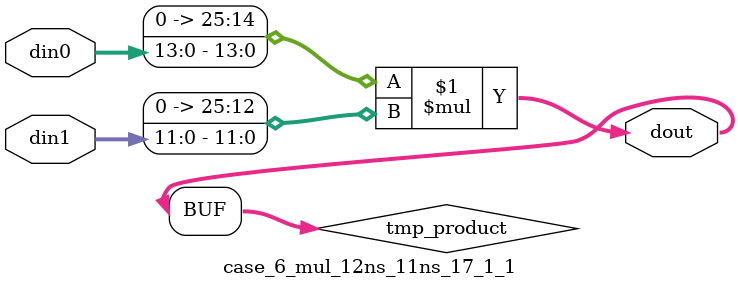
<source format=v>

`timescale 1 ns / 1 ps

 (* use_dsp = "no" *)  module case_6_mul_12ns_11ns_17_1_1(din0, din1, dout);
parameter ID = 1;
parameter NUM_STAGE = 0;
parameter din0_WIDTH = 14;
parameter din1_WIDTH = 12;
parameter dout_WIDTH = 26;

input [din0_WIDTH - 1 : 0] din0; 
input [din1_WIDTH - 1 : 0] din1; 
output [dout_WIDTH - 1 : 0] dout;

wire signed [dout_WIDTH - 1 : 0] tmp_product;
























assign tmp_product = $signed({1'b0, din0}) * $signed({1'b0, din1});











assign dout = tmp_product;





















endmodule

</source>
